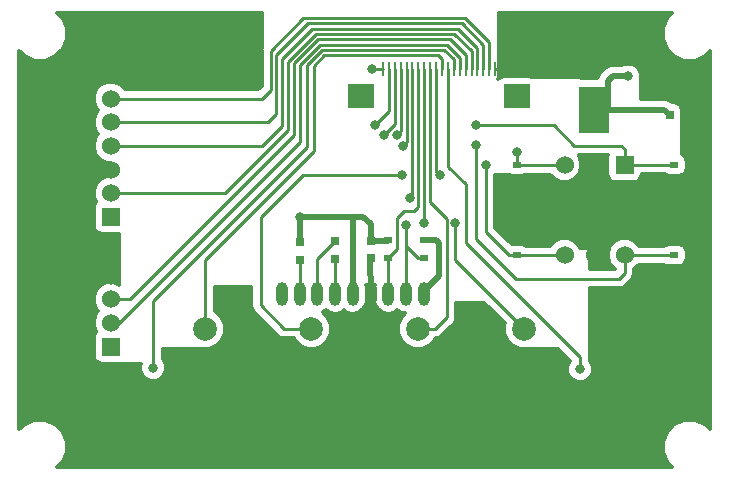
<source format=gbl>
G04 #@! TF.GenerationSoftware,KiCad,Pcbnew,(5.0.0)*
G04 #@! TF.CreationDate,2018-08-26T14:27:57+09:00*
G04 #@! TF.ProjectId,lancer_subbord,6C616E6365725F737562626F72642E6B,rev?*
G04 #@! TF.SameCoordinates,Original*
G04 #@! TF.FileFunction,Copper,L2,Bot,Signal*
G04 #@! TF.FilePolarity,Positive*
%FSLAX46Y46*%
G04 Gerber Fmt 4.6, Leading zero omitted, Abs format (unit mm)*
G04 Created by KiCad (PCBNEW (5.0.0)) date 08/26/18 14:27:57*
%MOMM*%
%LPD*%
G01*
G04 APERTURE LIST*
G04 #@! TA.AperFunction,ComponentPad*
%ADD10C,1.524000*%
G04 #@! TD*
G04 #@! TA.AperFunction,ComponentPad*
%ADD11R,1.524000X1.524000*%
G04 #@! TD*
G04 #@! TA.AperFunction,ComponentPad*
%ADD12O,1.000000X2.000000*%
G04 #@! TD*
G04 #@! TA.AperFunction,SMDPad,CuDef*
%ADD13R,0.800000X0.500000*%
G04 #@! TD*
G04 #@! TA.AperFunction,ComponentPad*
%ADD14C,2.000000*%
G04 #@! TD*
G04 #@! TA.AperFunction,SMDPad,CuDef*
%ADD15R,0.700000X0.800000*%
G04 #@! TD*
G04 #@! TA.AperFunction,SMDPad,CuDef*
%ADD16R,0.800000X0.700000*%
G04 #@! TD*
G04 #@! TA.AperFunction,SMDPad,CuDef*
%ADD17R,2.500000X4.000000*%
G04 #@! TD*
G04 #@! TA.AperFunction,SMDPad,CuDef*
%ADD18R,0.230000X1.250000*%
G04 #@! TD*
G04 #@! TA.AperFunction,SMDPad,CuDef*
%ADD19R,2.200000X2.000000*%
G04 #@! TD*
G04 #@! TA.AperFunction,ViaPad*
%ADD20C,0.800000*%
G04 #@! TD*
G04 #@! TA.AperFunction,ViaPad*
%ADD21C,1.800000*%
G04 #@! TD*
G04 #@! TA.AperFunction,Conductor*
%ADD22C,0.500000*%
G04 #@! TD*
G04 #@! TA.AperFunction,Conductor*
%ADD23C,0.250000*%
G04 #@! TD*
G04 #@! TA.AperFunction,Conductor*
%ADD24C,0.350000*%
G04 #@! TD*
G04 APERTURE END LIST*
D10*
G04 #@! TO.P,R_SW,4*
G04 #@! TO.N,R_SW4*
X168925000Y-94625000D03*
G04 #@! TO.P,R_SW,C*
G04 #@! TO.N,GND*
X171465000Y-94625000D03*
D11*
G04 #@! TO.P,R_SW,1*
G04 #@! TO.N,R_SW1*
X174005000Y-94625000D03*
D10*
G04 #@! TO.P,R_SW,2*
G04 #@! TO.N,R_SW2*
X168925000Y-102245000D03*
G04 #@! TO.P,R_SW,C*
G04 #@! TO.N,GND*
X171465000Y-102245000D03*
G04 #@! TO.P,R_SW,8*
G04 #@! TO.N,R_SW8*
X174005000Y-102245000D03*
G04 #@! TD*
D12*
G04 #@! TO.P,LCD1,9*
G04 #@! TO.N,+3V3*
X157000000Y-105500000D03*
G04 #@! TO.P,LCD1,8*
G04 #@! TO.N,SCL*
X155500000Y-105500000D03*
G04 #@! TO.P,LCD1,7*
G04 #@! TO.N,SDA*
X154000000Y-105500000D03*
G04 #@! TO.P,LCD1,6*
G04 #@! TO.N,GND*
X152500000Y-105500000D03*
G04 #@! TO.P,LCD1,5*
G04 #@! TO.N,+3V3*
X151000000Y-105500000D03*
G04 #@! TO.P,LCD1,4*
G04 #@! TO.N,Net-(C3-Pad1)*
X149500000Y-105500000D03*
G04 #@! TO.P,LCD1,3*
G04 #@! TO.N,Net-(C3-Pad2)*
X148000000Y-105500000D03*
G04 #@! TO.P,LCD1,2*
G04 #@! TO.N,Net-(C2-Pad1)*
X146500000Y-105500000D03*
G04 #@! TO.P,LCD1,1*
G04 #@! TO.N,Net-(LCD1-Pad1)*
X145000000Y-105500000D03*
G04 #@! TD*
D11*
G04 #@! TO.P,Writer,1*
G04 #@! TO.N,+3V3*
X130500000Y-99000000D03*
D10*
G04 #@! TO.P,Writer,2*
G04 #@! TO.N,TCK*
X130500000Y-97000000D03*
G04 #@! TO.P,Writer,3*
G04 #@! TO.N,GND*
X130500000Y-95000000D03*
G04 #@! TO.P,Writer,4*
G04 #@! TO.N,TMS*
X130500000Y-93000000D03*
G04 #@! TO.P,Writer,5*
G04 #@! TO.N,NRST*
X130500000Y-91000000D03*
G04 #@! TO.P,Writer,6*
G04 #@! TO.N,SWO*
X130500000Y-89000000D03*
G04 #@! TD*
D13*
G04 #@! TO.P,R6,2*
G04 #@! TO.N,GND*
X178200000Y-96100000D03*
G04 #@! TO.P,R6,1*
G04 #@! TO.N,R_SW1*
X178200000Y-94600000D03*
G04 #@! TD*
D14*
G04 #@! TO.P,3,1*
G04 #@! TO.N,TACT_SW3*
X156500000Y-108500000D03*
G04 #@! TO.P,3,2*
G04 #@! TO.N,GND*
X156500000Y-113500000D03*
G04 #@! TD*
G04 #@! TO.P,1,1*
G04 #@! TO.N,TACT_SW1*
X138500000Y-108500000D03*
G04 #@! TO.P,1,2*
G04 #@! TO.N,GND*
X138500000Y-113500000D03*
G04 #@! TD*
D13*
G04 #@! TO.P,R8,2*
G04 #@! TO.N,GND*
X178175000Y-100750000D03*
G04 #@! TO.P,R8,1*
G04 #@! TO.N,R_SW8*
X178175000Y-102250000D03*
G04 #@! TD*
G04 #@! TO.P,R7,2*
G04 #@! TO.N,GND*
X164900000Y-100750000D03*
G04 #@! TO.P,R7,1*
G04 #@! TO.N,R_SW2*
X164900000Y-102250000D03*
G04 #@! TD*
G04 #@! TO.P,R3,2*
G04 #@! TO.N,SDA*
X154000000Y-102500000D03*
G04 #@! TO.P,R3,1*
G04 #@! TO.N,+3V3*
X154000000Y-101000000D03*
G04 #@! TD*
G04 #@! TO.P,R2,2*
G04 #@! TO.N,SCL*
X157000000Y-102500000D03*
G04 #@! TO.P,R2,1*
G04 #@! TO.N,+3V3*
X157000000Y-101000000D03*
G04 #@! TD*
G04 #@! TO.P,R1,2*
G04 #@! TO.N,GND*
X164900000Y-96100000D03*
G04 #@! TO.P,R1,1*
G04 #@! TO.N,R_SW4*
X164900000Y-94600000D03*
G04 #@! TD*
D11*
G04 #@! TO.P,Debugger,1*
G04 #@! TO.N,+3V3*
X130500000Y-110000000D03*
D10*
G04 #@! TO.P,Debugger,2*
G04 #@! TO.N,RX*
X130500000Y-108000000D03*
G04 #@! TO.P,Debugger,3*
G04 #@! TO.N,TX*
X130500000Y-106000000D03*
G04 #@! TO.P,Debugger,4*
G04 #@! TO.N,GND*
X130500000Y-104000000D03*
G04 #@! TD*
D15*
G04 #@! TO.P,C4,1*
G04 #@! TO.N,+3V3*
X177825000Y-90400000D03*
G04 #@! TO.P,C4,2*
G04 #@! TO.N,GND*
X179325000Y-90400000D03*
G04 #@! TD*
D16*
G04 #@! TO.P,C3,1*
G04 #@! TO.N,Net-(C3-Pad1)*
X149500000Y-102575000D03*
G04 #@! TO.P,C3,2*
G04 #@! TO.N,Net-(C3-Pad2)*
X149500000Y-101075000D03*
G04 #@! TD*
G04 #@! TO.P,C2,1*
G04 #@! TO.N,Net-(C2-Pad1)*
X146500000Y-102675000D03*
G04 #@! TO.P,C2,2*
G04 #@! TO.N,+3V3*
X146500000Y-101175000D03*
G04 #@! TD*
G04 #@! TO.P,C1,1*
G04 #@! TO.N,+3V3*
X152500000Y-101025000D03*
G04 #@! TO.P,C1,2*
G04 #@! TO.N,GND*
X152500000Y-102525000D03*
G04 #@! TD*
D14*
G04 #@! TO.P,2,1*
G04 #@! TO.N,TACT_SW2*
X147500000Y-108500000D03*
G04 #@! TO.P,2,2*
G04 #@! TO.N,GND*
X147500000Y-113500000D03*
G04 #@! TD*
G04 #@! TO.P,4,1*
G04 #@! TO.N,TACT_SW4*
X165500000Y-108500000D03*
G04 #@! TO.P,4,2*
G04 #@! TO.N,GND*
X165500000Y-113500000D03*
G04 #@! TD*
D17*
G04 #@! TO.P,C5,1*
G04 #@! TO.N,+3V3*
X171400000Y-89950000D03*
G04 #@! TO.P,C5,2*
G04 #@! TO.N,GND*
X171400000Y-83850000D03*
G04 #@! TD*
D18*
G04 #@! TO.P,Subbord,19*
G04 #@! TO.N,SWO*
X162550000Y-86500000D03*
G04 #@! TO.P,Subbord,18*
G04 #@! TO.N,NRST*
X162050000Y-86500000D03*
G04 #@! TO.P,Subbord,17*
G04 #@! TO.N,TMS*
X161550000Y-86500000D03*
G04 #@! TO.P,Subbord,16*
G04 #@! TO.N,TCK*
X161050000Y-86500000D03*
G04 #@! TO.P,Subbord,15*
G04 #@! TO.N,TX*
X160550000Y-86500000D03*
G04 #@! TO.P,Subbord,1*
G04 #@! TO.N,+3V3*
X153550000Y-86500000D03*
G04 #@! TO.P,Subbord,2*
G04 #@! TO.N,R_SW1*
X154050000Y-86500000D03*
G04 #@! TO.P,Subbord,3*
G04 #@! TO.N,R_SW2*
X154550000Y-86500000D03*
G04 #@! TO.P,Subbord,4*
G04 #@! TO.N,R_SW4*
X155050000Y-86500000D03*
G04 #@! TO.P,Subbord,5*
G04 #@! TO.N,R_SW8*
X155550000Y-86500000D03*
G04 #@! TO.P,Subbord,6*
G04 #@! TO.N,SCL*
X156050000Y-86500000D03*
G04 #@! TO.P,Subbord,7*
G04 #@! TO.N,SDA*
X156550000Y-86500000D03*
G04 #@! TO.P,Subbord,8*
G04 #@! TO.N,TACT_SW4*
X157050000Y-86500000D03*
G04 #@! TO.P,Subbord,9*
G04 #@! TO.N,TACT_SW3*
X157550000Y-86500000D03*
G04 #@! TO.P,Subbord,10*
G04 #@! TO.N,TACT_SW2*
X158050000Y-86500000D03*
G04 #@! TO.P,Subbord,11*
G04 #@! TO.N,TACT_SW1*
X158550000Y-86500000D03*
G04 #@! TO.P,Subbord,12*
G04 #@! TO.N,DEBUG_LED2*
X159050000Y-86500000D03*
G04 #@! TO.P,Subbord,13*
G04 #@! TO.N,DEBUG_LED1*
X159550000Y-86500000D03*
G04 #@! TO.P,Subbord,14*
G04 #@! TO.N,RX*
X160050000Y-86500000D03*
D19*
G04 #@! TO.P,Subbord,*
G04 #@! TO.N,*
X164900000Y-88800000D03*
X151700000Y-88800000D03*
D18*
G04 #@! TO.P,Subbord,20*
G04 #@! TO.N,GND*
X163050000Y-86500000D03*
G04 #@! TD*
D20*
G04 #@! TO.N,GND*
X127200000Y-114000000D03*
X176400000Y-114100000D03*
X176200000Y-86900000D03*
D21*
X124850000Y-100550000D03*
D20*
G04 #@! TO.N,+3V3*
X146500006Y-99000000D03*
X174300000Y-87100000D03*
X152650000Y-86500000D03*
G04 #@! TO.N,SCL*
X155824990Y-97400004D03*
X155500005Y-99692803D03*
G04 #@! TO.N,DEBUG_LED2*
X170250000Y-111900000D03*
G04 #@! TO.N,DEBUG_LED1*
X134100000Y-111800000D03*
G04 #@! TO.N,TACT_SW4*
X157050000Y-99500000D03*
X159674990Y-99500004D03*
G04 #@! TO.N,TACT_SW2*
X155150000Y-95500000D03*
X158350000Y-95500000D03*
G04 #@! TO.N,R_SW8*
X155250000Y-93000000D03*
X161450000Y-92949998D03*
G04 #@! TO.N,R_SW4*
X164900000Y-93500000D03*
X154750000Y-92050000D03*
G04 #@! TO.N,R_SW2*
X153650000Y-92050000D03*
X162250000Y-94600000D03*
G04 #@! TO.N,R_SW1*
X152850002Y-91250000D03*
X161449992Y-91250000D03*
G04 #@! TD*
D22*
G04 #@! TO.N,GND*
X165500000Y-115300000D02*
X156500000Y-115300000D01*
X156500000Y-115300000D02*
X152500054Y-115302103D01*
X152500054Y-115302103D02*
X147500000Y-115300000D01*
X147500000Y-115300000D02*
X138500000Y-115300000D01*
X165500000Y-113500000D02*
X165500000Y-115300000D01*
X156500000Y-113500000D02*
X156500000Y-115300000D01*
X156500000Y-115300000D02*
X156500000Y-115200000D01*
X156500000Y-115200000D02*
X156500000Y-115300000D01*
X147500000Y-113500000D02*
X147500000Y-115300000D01*
X138500000Y-113500000D02*
X138500000Y-115300000D01*
X138500000Y-115300000D02*
X138500000Y-115200000D01*
X138500000Y-115200000D02*
X138500000Y-115300000D01*
X180400000Y-96300000D02*
X180400000Y-98200000D01*
X152500000Y-105500000D02*
X152475000Y-102500000D01*
X152475000Y-102500000D02*
X152500000Y-102525000D01*
X176900000Y-115300000D02*
X176500000Y-115300000D01*
X176500000Y-115300000D02*
X165500000Y-115300000D01*
X180400000Y-111800000D02*
X176900000Y-115300000D01*
X138500000Y-115300000D02*
X127100000Y-115300000D01*
X127100000Y-115300000D02*
X125800000Y-115300000D01*
X124900000Y-114400000D02*
X124900000Y-106925000D01*
X125800000Y-115300000D02*
X124900000Y-114400000D01*
X130500000Y-104000000D02*
X124900000Y-104000000D01*
X127100000Y-115300000D02*
X127100000Y-114100000D01*
X127100000Y-114100000D02*
X127200000Y-114000000D01*
X176500000Y-115300000D02*
X176500000Y-114200000D01*
X176500000Y-114200000D02*
X176400000Y-114100000D01*
X180200000Y-96100000D02*
X180400000Y-96300000D01*
X180400000Y-89275000D02*
X180400000Y-89300000D01*
X176200000Y-85125000D02*
X176225000Y-85100000D01*
X176200000Y-86900000D02*
X176200000Y-85125000D01*
X176225000Y-85100000D02*
X180400000Y-89275000D01*
X180300000Y-90400000D02*
X180400000Y-90300000D01*
X179325000Y-90400000D02*
X180300000Y-90400000D01*
X180400000Y-96300000D02*
X180400000Y-90300000D01*
X180400000Y-90300000D02*
X180400000Y-89300000D01*
X172250000Y-83850000D02*
X172600000Y-83850000D01*
X174975000Y-83850000D02*
X172600000Y-83850000D01*
X176225000Y-85100000D02*
X174975000Y-83850000D01*
X168750000Y-83850000D02*
X172600000Y-83850000D01*
X165550000Y-86500000D02*
X166100000Y-86500000D01*
X166100000Y-86500000D02*
X168750000Y-83850000D01*
X126400000Y-95000000D02*
X130500000Y-95000000D01*
X124900000Y-104000000D02*
X124900000Y-96500000D01*
X124900000Y-96500000D02*
X126400000Y-95000000D01*
X165550000Y-86500000D02*
X163850000Y-86500000D01*
D23*
X163050000Y-86500000D02*
X163850000Y-86500000D01*
D22*
X152500000Y-105500000D02*
X152500054Y-115302103D01*
X124900000Y-106925000D02*
X124900000Y-104000000D01*
D23*
X178200000Y-100725000D02*
X178175000Y-100750000D01*
X180400000Y-98550000D02*
X178200000Y-98550000D01*
X178200000Y-98550000D02*
X178200000Y-100725000D01*
X178200000Y-96100000D02*
X178200000Y-98550000D01*
D22*
X180400000Y-98200000D02*
X180400000Y-98550000D01*
X180400000Y-98550000D02*
X180400000Y-111800000D01*
D23*
X171565000Y-98550000D02*
X171465000Y-98650000D01*
X178200000Y-98550000D02*
X171565000Y-98550000D01*
X171465000Y-94625000D02*
X171465000Y-98650000D01*
X171465000Y-98650000D02*
X171465000Y-102245000D01*
X164950000Y-98550000D02*
X164900000Y-98500000D01*
X171565000Y-98550000D02*
X164950000Y-98550000D01*
X164900000Y-96100000D02*
X164900000Y-98500000D01*
X164900000Y-98500000D02*
X164900000Y-100750000D01*
D22*
G04 #@! TO.N,+3V3*
X152500000Y-101025000D02*
X153975000Y-101025000D01*
X153975000Y-101025000D02*
X154000000Y-101000000D01*
X151000000Y-105500000D02*
X151000000Y-99725000D01*
X146500000Y-99000006D02*
X146500006Y-99000000D01*
X146500000Y-101175000D02*
X146500000Y-99000006D01*
X152500000Y-99600000D02*
X152500000Y-101025000D01*
X151900000Y-99000000D02*
X152500000Y-99600000D01*
X151000000Y-99725000D02*
X151000000Y-99000000D01*
X146500006Y-99000000D02*
X151000000Y-99000000D01*
X151000000Y-99000000D02*
X151900000Y-99000000D01*
X177375000Y-89950000D02*
X177825000Y-90400000D01*
X172600000Y-89950000D02*
X177375000Y-89950000D01*
X157000000Y-105300000D02*
X157000000Y-105500000D01*
X158300000Y-104000000D02*
X157000000Y-105300000D01*
X158300000Y-101250000D02*
X158300000Y-104000000D01*
X157000000Y-101000000D02*
X158050000Y-101000000D01*
X158050000Y-101000000D02*
X158300000Y-101250000D01*
X173000000Y-87100000D02*
X174300000Y-87100000D01*
X172600000Y-89950000D02*
X172600000Y-87500000D01*
X172600000Y-87500000D02*
X173000000Y-87100000D01*
D23*
X153550000Y-86500000D02*
X153185000Y-86500000D01*
X153185000Y-86500000D02*
X152900000Y-86500000D01*
X152900000Y-86500000D02*
X152650000Y-86500000D01*
G04 #@! TO.N,Net-(C2-Pad1)*
X146500000Y-102675000D02*
X146500000Y-105500000D01*
G04 #@! TO.N,Net-(C3-Pad1)*
X149500000Y-102575000D02*
X149500000Y-105500000D01*
G04 #@! TO.N,Net-(C3-Pad2)*
X148000000Y-105500000D02*
X148000000Y-102575000D01*
X148000000Y-102575000D02*
X149500000Y-101075000D01*
G04 #@! TO.N,SWO*
X162550000Y-85625000D02*
X162550000Y-86500000D01*
X162550000Y-84200000D02*
X162550000Y-85625000D01*
X143300000Y-89000000D02*
X144075000Y-88225000D01*
X130500000Y-89000000D02*
X143300000Y-89000000D01*
X144075000Y-88225000D02*
X144075000Y-84925000D01*
X144075000Y-84925000D02*
X146825077Y-82174923D01*
X146825077Y-82174923D02*
X160524923Y-82174923D01*
X160524923Y-82174923D02*
X162550000Y-84200000D01*
G04 #@! TO.N,NRST*
X162050000Y-85625000D02*
X162050000Y-86500000D01*
X162050000Y-84450000D02*
X162050000Y-85625000D01*
X143850000Y-91000000D02*
X144525000Y-90325000D01*
X144525000Y-90325000D02*
X144525000Y-85275000D01*
X144525000Y-85275000D02*
X147175066Y-82624934D01*
X130500000Y-91000000D02*
X143850000Y-91000000D01*
X147175066Y-82624934D02*
X160224934Y-82624934D01*
X160224934Y-82624934D02*
X162050000Y-84450000D01*
G04 #@! TO.N,TMS*
X161550000Y-85625000D02*
X161550000Y-86500000D01*
X161550000Y-84700000D02*
X161550000Y-85625000D01*
X143325000Y-93000000D02*
X145000000Y-91325000D01*
X130500000Y-93000000D02*
X143325000Y-93000000D01*
X145000000Y-91325000D02*
X145000000Y-85600000D01*
X145000000Y-85600000D02*
X147525055Y-83074945D01*
X147525055Y-83074945D02*
X159924945Y-83074945D01*
X159924945Y-83074945D02*
X161550000Y-84700000D01*
G04 #@! TO.N,TCK*
X161050000Y-85625000D02*
X161050000Y-86500000D01*
X130500000Y-97000000D02*
X140150000Y-97000000D01*
X145475000Y-91675000D02*
X145475000Y-85900000D01*
X140150000Y-97000000D02*
X145475000Y-91675000D01*
X145475000Y-85900000D02*
X147850044Y-83524956D01*
X161050000Y-85000000D02*
X161050000Y-85625000D01*
X147850044Y-83524956D02*
X159574956Y-83524956D01*
X159574956Y-83524956D02*
X161050000Y-85000000D01*
G04 #@! TO.N,TX*
X160550000Y-85625000D02*
X160550000Y-86500000D01*
X160550000Y-85300000D02*
X160550000Y-85625000D01*
X132150000Y-106000000D02*
X146050000Y-92100000D01*
X130500000Y-106000000D02*
X132150000Y-106000000D01*
X146050000Y-92100000D02*
X146050000Y-85961410D01*
X146050000Y-85961410D02*
X148036443Y-83974967D01*
X148036443Y-83974967D02*
X159224967Y-83974967D01*
X159224967Y-83974967D02*
X160550000Y-85300000D01*
G04 #@! TO.N,RX*
X160050000Y-85625000D02*
X160050000Y-86500000D01*
X146500011Y-92699989D02*
X146500011Y-86147809D01*
X131200000Y-108000000D02*
X146500011Y-92699989D01*
X146500011Y-86147809D02*
X148222842Y-84424978D01*
X160050000Y-85538587D02*
X160050000Y-85625000D01*
X130500000Y-108000000D02*
X131200000Y-108000000D01*
X148222842Y-84424978D02*
X158936391Y-84424978D01*
X158936391Y-84424978D02*
X160050000Y-85538587D01*
G04 #@! TO.N,SCL*
X157000000Y-102500000D02*
X156500000Y-102500000D01*
X156500000Y-102500000D02*
X155600000Y-101600000D01*
X155500000Y-105500000D02*
X155500000Y-101700000D01*
X155600000Y-101600000D02*
X155500000Y-101500000D01*
X155500000Y-101700000D02*
X155500000Y-101500000D01*
X156050000Y-86500000D02*
X156050000Y-97174994D01*
X156050000Y-97174994D02*
X155824990Y-97400004D01*
X155500000Y-101500000D02*
X155500005Y-101499995D01*
X155500005Y-101499995D02*
X155500005Y-100258488D01*
X155500005Y-100258488D02*
X155500005Y-99692803D01*
G04 #@! TO.N,SDA*
X154000000Y-105500000D02*
X154000000Y-102500000D01*
X156550000Y-98150000D02*
X156550000Y-86500000D01*
X156150000Y-98550000D02*
X156550000Y-98150000D01*
X155325000Y-98550000D02*
X156150000Y-98550000D01*
X154774998Y-99100002D02*
X155325000Y-98550000D01*
X154000000Y-102500000D02*
X154774998Y-101725002D01*
X154774998Y-101725002D02*
X154774998Y-99100002D01*
G04 #@! TO.N,DEBUG_LED2*
X159050000Y-94750000D02*
X159050000Y-86500000D01*
X160550000Y-96250000D02*
X159050000Y-94750000D01*
X160550000Y-101200000D02*
X160550000Y-96250000D01*
X170250000Y-111900000D02*
X170250000Y-110900000D01*
X170250000Y-110900000D02*
X160550000Y-101200000D01*
G04 #@! TO.N,DEBUG_LED1*
X148409241Y-84874989D02*
X158749992Y-84874989D01*
X147150000Y-86134230D02*
X148409241Y-84874989D01*
X159550000Y-85674997D02*
X159550000Y-86500000D01*
X134100000Y-106100000D02*
X147150000Y-93050000D01*
X158749992Y-84874989D02*
X159550000Y-85674997D01*
X134100000Y-111800000D02*
X134100000Y-106100000D01*
X147150000Y-93050000D02*
X147150000Y-86134230D01*
G04 #@! TO.N,TACT_SW4*
X157050000Y-86500000D02*
X157050000Y-99500000D01*
X165500000Y-108500000D02*
X159674990Y-102674990D01*
X159674990Y-102674990D02*
X159674990Y-100065689D01*
X159674990Y-100065689D02*
X159674990Y-99500004D01*
G04 #@! TO.N,TACT_SW3*
X158949989Y-99152003D02*
X158950000Y-99151992D01*
X157550000Y-97752014D02*
X158949989Y-99152003D01*
X157550000Y-86500000D02*
X157550000Y-97752014D01*
X157950000Y-108500000D02*
X158949989Y-107500011D01*
X156500000Y-108500000D02*
X157950000Y-108500000D01*
X158949989Y-107500011D02*
X158949989Y-99152003D01*
G04 #@! TO.N,TACT_SW2*
X158050000Y-86500000D02*
X158050000Y-95200000D01*
X158050000Y-95200000D02*
X158350000Y-95500000D01*
X155100000Y-95450000D02*
X155150000Y-95500000D01*
X146750000Y-95450000D02*
X155100000Y-95450000D01*
X143200000Y-99000000D02*
X146750000Y-95450000D01*
X143200000Y-106500000D02*
X143200000Y-99000000D01*
X147500000Y-108500000D02*
X145200000Y-108500000D01*
X145200000Y-108500000D02*
X143200000Y-106500000D01*
G04 #@! TO.N,TACT_SW1*
X158550000Y-85625000D02*
X158550000Y-86500000D01*
X138500000Y-108500000D02*
X138500000Y-102650000D01*
X147700000Y-86220640D02*
X148595640Y-85325000D01*
X147700000Y-93450000D02*
X147700000Y-86220640D01*
X158250000Y-85325000D02*
X158550000Y-85625000D01*
X148595640Y-85325000D02*
X158250000Y-85325000D01*
X138500000Y-102650000D02*
X147700000Y-93450000D01*
G04 #@! TO.N,R_SW8*
X155550000Y-92700000D02*
X155250000Y-93000000D01*
X155550000Y-86500000D02*
X155550000Y-92700000D01*
X174010000Y-102250000D02*
X174005000Y-102245000D01*
X178175000Y-102250000D02*
X174010000Y-102250000D01*
X161450000Y-93515683D02*
X161450000Y-92949998D01*
X161450000Y-100875000D02*
X161450000Y-93515683D01*
X164825000Y-104250000D02*
X161450000Y-100875000D01*
X173525000Y-104250000D02*
X164825000Y-104250000D01*
X174005000Y-102245000D02*
X174005000Y-103770000D01*
X174005000Y-103770000D02*
X173525000Y-104250000D01*
G04 #@! TO.N,R_SW4*
X164900000Y-94600000D02*
X164900000Y-93500000D01*
X155050000Y-91750000D02*
X154750000Y-92050000D01*
X155050000Y-86500000D02*
X155050000Y-91750000D01*
X164925000Y-94625000D02*
X164900000Y-94600000D01*
X168925000Y-94625000D02*
X164925000Y-94625000D01*
G04 #@! TO.N,R_SW2*
X154550000Y-91150000D02*
X153650000Y-92050000D01*
X154550000Y-86500000D02*
X154550000Y-91150000D01*
X164905000Y-102245000D02*
X164900000Y-102250000D01*
X168925000Y-102245000D02*
X164905000Y-102245000D01*
X162250000Y-95165685D02*
X162250000Y-94600000D01*
X162250000Y-100250000D02*
X162250000Y-95165685D01*
X164250000Y-102250000D02*
X162250000Y-100250000D01*
X164900000Y-102250000D02*
X164250000Y-102250000D01*
G04 #@! TO.N,R_SW1*
X154050000Y-86500000D02*
X154050000Y-90050002D01*
X154050000Y-90050002D02*
X153250001Y-90850001D01*
X153250001Y-90850001D02*
X152850002Y-91250000D01*
X174030000Y-94600000D02*
X174005000Y-94625000D01*
X178200000Y-94600000D02*
X174030000Y-94600000D01*
X174005000Y-93280000D02*
X174005000Y-94625000D01*
X173725000Y-93000000D02*
X174005000Y-93280000D01*
X169750000Y-93000000D02*
X173725000Y-93000000D01*
X161449992Y-91250000D02*
X168000000Y-91250000D01*
X168000000Y-91250000D02*
X169750000Y-93000000D01*
G04 #@! TD*
D24*
G04 #@! TO.N,GND*
G36*
X143300006Y-84598529D02*
X143312002Y-84660192D01*
X143259329Y-84925000D01*
X143275001Y-85003789D01*
X143275000Y-87893629D01*
X142968630Y-88200000D01*
X131724026Y-88200000D01*
X131718229Y-88186005D01*
X131313995Y-87781771D01*
X130785837Y-87563000D01*
X130214163Y-87563000D01*
X129686005Y-87781771D01*
X129281771Y-88186005D01*
X129063000Y-88714163D01*
X129063000Y-89285837D01*
X129281771Y-89813995D01*
X129467776Y-90000000D01*
X129281771Y-90186005D01*
X129063000Y-90714163D01*
X129063000Y-91285837D01*
X129281771Y-91813995D01*
X129467776Y-92000000D01*
X129281771Y-92186005D01*
X129063000Y-92714163D01*
X129063000Y-93285837D01*
X129281771Y-93813995D01*
X129686005Y-94218229D01*
X130214163Y-94437000D01*
X130325000Y-94437000D01*
X130325000Y-95563000D01*
X130214163Y-95563000D01*
X129686005Y-95781771D01*
X129281771Y-96186005D01*
X129063000Y-96714163D01*
X129063000Y-97285837D01*
X129254854Y-97749012D01*
X129251352Y-97751352D01*
X129102164Y-97974628D01*
X129049776Y-98238000D01*
X129049776Y-99762000D01*
X129102164Y-100025372D01*
X129251352Y-100248648D01*
X129474628Y-100397836D01*
X129738000Y-100450224D01*
X131225000Y-100450224D01*
X131225000Y-104744908D01*
X130785837Y-104563000D01*
X130214163Y-104563000D01*
X129686005Y-104781771D01*
X129281771Y-105186005D01*
X129063000Y-105714163D01*
X129063000Y-106285837D01*
X129281771Y-106813995D01*
X129467776Y-107000000D01*
X129281771Y-107186005D01*
X129063000Y-107714163D01*
X129063000Y-108285837D01*
X129254854Y-108749012D01*
X129251352Y-108751352D01*
X129102164Y-108974628D01*
X129049776Y-109238000D01*
X129049776Y-110762000D01*
X129102164Y-111025372D01*
X129251352Y-111248648D01*
X129474628Y-111397836D01*
X129738000Y-111450224D01*
X131262000Y-111450224D01*
X131388809Y-111425000D01*
X133091759Y-111425000D01*
X133025000Y-111586169D01*
X133025000Y-112013831D01*
X133188659Y-112408938D01*
X133491062Y-112711341D01*
X133886169Y-112875000D01*
X134313831Y-112875000D01*
X134708938Y-112711341D01*
X135011341Y-112408938D01*
X135175000Y-112013831D01*
X135175000Y-111586169D01*
X135011341Y-111191062D01*
X134900000Y-111079721D01*
X134900000Y-110175000D01*
X138833178Y-110175000D01*
X139448811Y-109919996D01*
X139919996Y-109448811D01*
X140175000Y-108833178D01*
X140175000Y-108166822D01*
X139919996Y-107551189D01*
X139448811Y-107080004D01*
X139300000Y-107018364D01*
X139300000Y-104975000D01*
X142400000Y-104975000D01*
X142400000Y-106421216D01*
X142384329Y-106500000D01*
X142400000Y-106578784D01*
X142400000Y-106578788D01*
X142446417Y-106812143D01*
X142623233Y-107076767D01*
X142690028Y-107121398D01*
X144578604Y-109009974D01*
X144623233Y-109076767D01*
X144887856Y-109253583D01*
X145121211Y-109300000D01*
X145121215Y-109300000D01*
X145199999Y-109315671D01*
X145278783Y-109300000D01*
X146018364Y-109300000D01*
X146080004Y-109448811D01*
X146551189Y-109919996D01*
X147166822Y-110175000D01*
X147833178Y-110175000D01*
X148448811Y-109919996D01*
X148919996Y-109448811D01*
X149175000Y-108833178D01*
X149175000Y-108166822D01*
X148919996Y-107551189D01*
X148468755Y-107099948D01*
X148750001Y-106912025D01*
X149041539Y-107106825D01*
X149500000Y-107198019D01*
X149958462Y-107106825D01*
X150250001Y-106912025D01*
X150541539Y-107106825D01*
X151000000Y-107198019D01*
X151458462Y-107106825D01*
X151847127Y-106847127D01*
X152106825Y-106458462D01*
X152175000Y-106115724D01*
X152175000Y-104884276D01*
X152153264Y-104775000D01*
X152846737Y-104775000D01*
X152825000Y-104884277D01*
X152825000Y-106115724D01*
X152893175Y-106458462D01*
X153152874Y-106847127D01*
X153541539Y-107106825D01*
X154000000Y-107198019D01*
X154458462Y-107106825D01*
X154750001Y-106912025D01*
X155041539Y-107106825D01*
X155444261Y-107186932D01*
X155080004Y-107551189D01*
X154825000Y-108166822D01*
X154825000Y-108833178D01*
X155080004Y-109448811D01*
X155551189Y-109919996D01*
X156166822Y-110175000D01*
X156833178Y-110175000D01*
X157448811Y-109919996D01*
X157919996Y-109448811D01*
X157977402Y-109310220D01*
X158028784Y-109300000D01*
X158028789Y-109300000D01*
X158262144Y-109253583D01*
X158526767Y-109076767D01*
X158571398Y-109009972D01*
X159459964Y-108121407D01*
X159526756Y-108076778D01*
X159703572Y-107812155D01*
X159749989Y-107578800D01*
X159749989Y-107578796D01*
X159765660Y-107500012D01*
X159749989Y-107421228D01*
X159749989Y-106275000D01*
X162143629Y-106275000D01*
X163886640Y-108018011D01*
X163825000Y-108166822D01*
X163825000Y-108833178D01*
X164080004Y-109448811D01*
X164551189Y-109919996D01*
X165166822Y-110175000D01*
X165428136Y-110175000D01*
X165483030Y-110211679D01*
X165550000Y-110225000D01*
X165616970Y-110211679D01*
X165671864Y-110175000D01*
X168393630Y-110175000D01*
X169424176Y-111205546D01*
X169338659Y-111291062D01*
X169175000Y-111686169D01*
X169175000Y-112113831D01*
X169338659Y-112508938D01*
X169641062Y-112811341D01*
X170036169Y-112975000D01*
X170463831Y-112975000D01*
X170858938Y-112811341D01*
X171161341Y-112508938D01*
X171325000Y-112113831D01*
X171325000Y-111686169D01*
X171161341Y-111291062D01*
X171050000Y-111179721D01*
X171050000Y-110978789D01*
X171065672Y-110900000D01*
X171050011Y-110821265D01*
X171066087Y-105050000D01*
X173446216Y-105050000D01*
X173525000Y-105065671D01*
X173603784Y-105050000D01*
X173603789Y-105050000D01*
X173837144Y-105003583D01*
X174101767Y-104826767D01*
X174146398Y-104759972D01*
X174514972Y-104391398D01*
X174581767Y-104346767D01*
X174648555Y-104246812D01*
X174758583Y-104082145D01*
X174820672Y-103770000D01*
X174805000Y-103691211D01*
X174805000Y-103469026D01*
X174818995Y-103463229D01*
X175223229Y-103058995D01*
X175226955Y-103050000D01*
X177383165Y-103050000D01*
X177511628Y-103135836D01*
X177775000Y-103188224D01*
X178575000Y-103188224D01*
X178838372Y-103135836D01*
X179061648Y-102986648D01*
X179210836Y-102763372D01*
X179263224Y-102500000D01*
X179263224Y-102000000D01*
X179210836Y-101736628D01*
X179061648Y-101513352D01*
X178838372Y-101364164D01*
X178575000Y-101311776D01*
X177775000Y-101311776D01*
X177511628Y-101364164D01*
X177383165Y-101450000D01*
X175231097Y-101450000D01*
X175223229Y-101431005D01*
X174818995Y-101026771D01*
X174290837Y-100808000D01*
X173719163Y-100808000D01*
X173191005Y-101026771D01*
X172786771Y-101431005D01*
X172568000Y-101959163D01*
X172568000Y-102530837D01*
X172786771Y-103058995D01*
X173177776Y-103450000D01*
X171070544Y-103450000D01*
X171074999Y-101850487D01*
X171061679Y-101783030D01*
X171023744Y-101726256D01*
X170966970Y-101688321D01*
X170900000Y-101675000D01*
X170244295Y-101675000D01*
X170143229Y-101431005D01*
X169738995Y-101026771D01*
X169210837Y-100808000D01*
X168639163Y-100808000D01*
X168111005Y-101026771D01*
X167706771Y-101431005D01*
X167700974Y-101445000D01*
X165684352Y-101445000D01*
X165563372Y-101364164D01*
X165300000Y-101311776D01*
X164500000Y-101311776D01*
X164452579Y-101321209D01*
X163050000Y-99918630D01*
X163050000Y-95475000D01*
X164150000Y-95475000D01*
X164204259Y-95464207D01*
X164236628Y-95485836D01*
X164500000Y-95538224D01*
X165300000Y-95538224D01*
X165563372Y-95485836D01*
X165654420Y-95425000D01*
X167700974Y-95425000D01*
X167706771Y-95438995D01*
X168111005Y-95843229D01*
X168639163Y-96062000D01*
X169210837Y-96062000D01*
X169738995Y-95843229D01*
X170143229Y-95438995D01*
X170362000Y-94910837D01*
X170362000Y-94339163D01*
X170143229Y-93811005D01*
X170132224Y-93800000D01*
X172567307Y-93800000D01*
X172554776Y-93863000D01*
X172554776Y-95387000D01*
X172607164Y-95650372D01*
X172756352Y-95873648D01*
X172979628Y-96022836D01*
X173243000Y-96075224D01*
X174767000Y-96075224D01*
X175030372Y-96022836D01*
X175253648Y-95873648D01*
X175402836Y-95650372D01*
X175452638Y-95400000D01*
X177408165Y-95400000D01*
X177536628Y-95485836D01*
X177800000Y-95538224D01*
X178600000Y-95538224D01*
X178863372Y-95485836D01*
X179086648Y-95336648D01*
X179235836Y-95113372D01*
X179288224Y-94850000D01*
X179288224Y-94350000D01*
X179235836Y-94086628D01*
X179086648Y-93863352D01*
X178875000Y-93721934D01*
X178875000Y-90700000D01*
X178863224Y-90640797D01*
X178863224Y-90000000D01*
X178810836Y-89736628D01*
X178661648Y-89513352D01*
X178438372Y-89364164D01*
X178175000Y-89311776D01*
X178061039Y-89311776D01*
X178041887Y-89283113D01*
X177735917Y-89078670D01*
X177466100Y-89025000D01*
X177466096Y-89025000D01*
X177375000Y-89006880D01*
X177283904Y-89025000D01*
X175375000Y-89025000D01*
X175375000Y-86886169D01*
X175211341Y-86491062D01*
X174908938Y-86188659D01*
X174513831Y-86025000D01*
X174086169Y-86025000D01*
X173724038Y-86175000D01*
X173091094Y-86175000D01*
X172999999Y-86156880D01*
X172908904Y-86175000D01*
X172908900Y-86175000D01*
X172639083Y-86228670D01*
X172333113Y-86433113D01*
X172281507Y-86510347D01*
X172010343Y-86781510D01*
X171933114Y-86833113D01*
X171881511Y-86910342D01*
X171881509Y-86910344D01*
X171728670Y-87139084D01*
X171704265Y-87261776D01*
X170347370Y-87261776D01*
X170325208Y-87227738D01*
X170268889Y-87189130D01*
X170202083Y-87175012D01*
X166070645Y-87125828D01*
X166000000Y-87111776D01*
X163800000Y-87111776D01*
X163536628Y-87164164D01*
X163316127Y-87311498D01*
X163353224Y-87125000D01*
X163353224Y-85875000D01*
X163350000Y-85858792D01*
X163350000Y-84278783D01*
X163365671Y-84199999D01*
X163351246Y-84127479D01*
X163371015Y-81775000D01*
X178007664Y-81775000D01*
X177571348Y-82211316D01*
X177225000Y-83047474D01*
X177225000Y-83952526D01*
X177571348Y-84788684D01*
X178211316Y-85428652D01*
X179047474Y-85775000D01*
X179952526Y-85775000D01*
X180788684Y-85428652D01*
X181225001Y-84992335D01*
X181225000Y-117007664D01*
X180788684Y-116571348D01*
X179952526Y-116225000D01*
X179047474Y-116225000D01*
X178211316Y-116571348D01*
X177571348Y-117211316D01*
X177225000Y-118047474D01*
X177225000Y-118952526D01*
X177571348Y-119788684D01*
X178007664Y-120225000D01*
X125992336Y-120225000D01*
X126428652Y-119788684D01*
X126775000Y-118952526D01*
X126775000Y-118047474D01*
X126428652Y-117211316D01*
X125788684Y-116571348D01*
X124952526Y-116225000D01*
X124047474Y-116225000D01*
X123211316Y-116571348D01*
X122775000Y-117007664D01*
X122775000Y-84992336D01*
X123211316Y-85428652D01*
X124047474Y-85775000D01*
X124952526Y-85775000D01*
X125788684Y-85428652D01*
X126428652Y-84788684D01*
X126775000Y-83952526D01*
X126775000Y-83047474D01*
X126428652Y-82211316D01*
X125992336Y-81775000D01*
X143323733Y-81775000D01*
X143300006Y-84598529D01*
X143300006Y-84598529D01*
G37*
X143300006Y-84598529D02*
X143312002Y-84660192D01*
X143259329Y-84925000D01*
X143275001Y-85003789D01*
X143275000Y-87893629D01*
X142968630Y-88200000D01*
X131724026Y-88200000D01*
X131718229Y-88186005D01*
X131313995Y-87781771D01*
X130785837Y-87563000D01*
X130214163Y-87563000D01*
X129686005Y-87781771D01*
X129281771Y-88186005D01*
X129063000Y-88714163D01*
X129063000Y-89285837D01*
X129281771Y-89813995D01*
X129467776Y-90000000D01*
X129281771Y-90186005D01*
X129063000Y-90714163D01*
X129063000Y-91285837D01*
X129281771Y-91813995D01*
X129467776Y-92000000D01*
X129281771Y-92186005D01*
X129063000Y-92714163D01*
X129063000Y-93285837D01*
X129281771Y-93813995D01*
X129686005Y-94218229D01*
X130214163Y-94437000D01*
X130325000Y-94437000D01*
X130325000Y-95563000D01*
X130214163Y-95563000D01*
X129686005Y-95781771D01*
X129281771Y-96186005D01*
X129063000Y-96714163D01*
X129063000Y-97285837D01*
X129254854Y-97749012D01*
X129251352Y-97751352D01*
X129102164Y-97974628D01*
X129049776Y-98238000D01*
X129049776Y-99762000D01*
X129102164Y-100025372D01*
X129251352Y-100248648D01*
X129474628Y-100397836D01*
X129738000Y-100450224D01*
X131225000Y-100450224D01*
X131225000Y-104744908D01*
X130785837Y-104563000D01*
X130214163Y-104563000D01*
X129686005Y-104781771D01*
X129281771Y-105186005D01*
X129063000Y-105714163D01*
X129063000Y-106285837D01*
X129281771Y-106813995D01*
X129467776Y-107000000D01*
X129281771Y-107186005D01*
X129063000Y-107714163D01*
X129063000Y-108285837D01*
X129254854Y-108749012D01*
X129251352Y-108751352D01*
X129102164Y-108974628D01*
X129049776Y-109238000D01*
X129049776Y-110762000D01*
X129102164Y-111025372D01*
X129251352Y-111248648D01*
X129474628Y-111397836D01*
X129738000Y-111450224D01*
X131262000Y-111450224D01*
X131388809Y-111425000D01*
X133091759Y-111425000D01*
X133025000Y-111586169D01*
X133025000Y-112013831D01*
X133188659Y-112408938D01*
X133491062Y-112711341D01*
X133886169Y-112875000D01*
X134313831Y-112875000D01*
X134708938Y-112711341D01*
X135011341Y-112408938D01*
X135175000Y-112013831D01*
X135175000Y-111586169D01*
X135011341Y-111191062D01*
X134900000Y-111079721D01*
X134900000Y-110175000D01*
X138833178Y-110175000D01*
X139448811Y-109919996D01*
X139919996Y-109448811D01*
X140175000Y-108833178D01*
X140175000Y-108166822D01*
X139919996Y-107551189D01*
X139448811Y-107080004D01*
X139300000Y-107018364D01*
X139300000Y-104975000D01*
X142400000Y-104975000D01*
X142400000Y-106421216D01*
X142384329Y-106500000D01*
X142400000Y-106578784D01*
X142400000Y-106578788D01*
X142446417Y-106812143D01*
X142623233Y-107076767D01*
X142690028Y-107121398D01*
X144578604Y-109009974D01*
X144623233Y-109076767D01*
X144887856Y-109253583D01*
X145121211Y-109300000D01*
X145121215Y-109300000D01*
X145199999Y-109315671D01*
X145278783Y-109300000D01*
X146018364Y-109300000D01*
X146080004Y-109448811D01*
X146551189Y-109919996D01*
X147166822Y-110175000D01*
X147833178Y-110175000D01*
X148448811Y-109919996D01*
X148919996Y-109448811D01*
X149175000Y-108833178D01*
X149175000Y-108166822D01*
X148919996Y-107551189D01*
X148468755Y-107099948D01*
X148750001Y-106912025D01*
X149041539Y-107106825D01*
X149500000Y-107198019D01*
X149958462Y-107106825D01*
X150250001Y-106912025D01*
X150541539Y-107106825D01*
X151000000Y-107198019D01*
X151458462Y-107106825D01*
X151847127Y-106847127D01*
X152106825Y-106458462D01*
X152175000Y-106115724D01*
X152175000Y-104884276D01*
X152153264Y-104775000D01*
X152846737Y-104775000D01*
X152825000Y-104884277D01*
X152825000Y-106115724D01*
X152893175Y-106458462D01*
X153152874Y-106847127D01*
X153541539Y-107106825D01*
X154000000Y-107198019D01*
X154458462Y-107106825D01*
X154750001Y-106912025D01*
X155041539Y-107106825D01*
X155444261Y-107186932D01*
X155080004Y-107551189D01*
X154825000Y-108166822D01*
X154825000Y-108833178D01*
X155080004Y-109448811D01*
X155551189Y-109919996D01*
X156166822Y-110175000D01*
X156833178Y-110175000D01*
X157448811Y-109919996D01*
X157919996Y-109448811D01*
X157977402Y-109310220D01*
X158028784Y-109300000D01*
X158028789Y-109300000D01*
X158262144Y-109253583D01*
X158526767Y-109076767D01*
X158571398Y-109009972D01*
X159459964Y-108121407D01*
X159526756Y-108076778D01*
X159703572Y-107812155D01*
X159749989Y-107578800D01*
X159749989Y-107578796D01*
X159765660Y-107500012D01*
X159749989Y-107421228D01*
X159749989Y-106275000D01*
X162143629Y-106275000D01*
X163886640Y-108018011D01*
X163825000Y-108166822D01*
X163825000Y-108833178D01*
X164080004Y-109448811D01*
X164551189Y-109919996D01*
X165166822Y-110175000D01*
X165428136Y-110175000D01*
X165483030Y-110211679D01*
X165550000Y-110225000D01*
X165616970Y-110211679D01*
X165671864Y-110175000D01*
X168393630Y-110175000D01*
X169424176Y-111205546D01*
X169338659Y-111291062D01*
X169175000Y-111686169D01*
X169175000Y-112113831D01*
X169338659Y-112508938D01*
X169641062Y-112811341D01*
X170036169Y-112975000D01*
X170463831Y-112975000D01*
X170858938Y-112811341D01*
X171161341Y-112508938D01*
X171325000Y-112113831D01*
X171325000Y-111686169D01*
X171161341Y-111291062D01*
X171050000Y-111179721D01*
X171050000Y-110978789D01*
X171065672Y-110900000D01*
X171050011Y-110821265D01*
X171066087Y-105050000D01*
X173446216Y-105050000D01*
X173525000Y-105065671D01*
X173603784Y-105050000D01*
X173603789Y-105050000D01*
X173837144Y-105003583D01*
X174101767Y-104826767D01*
X174146398Y-104759972D01*
X174514972Y-104391398D01*
X174581767Y-104346767D01*
X174648555Y-104246812D01*
X174758583Y-104082145D01*
X174820672Y-103770000D01*
X174805000Y-103691211D01*
X174805000Y-103469026D01*
X174818995Y-103463229D01*
X175223229Y-103058995D01*
X175226955Y-103050000D01*
X177383165Y-103050000D01*
X177511628Y-103135836D01*
X177775000Y-103188224D01*
X178575000Y-103188224D01*
X178838372Y-103135836D01*
X179061648Y-102986648D01*
X179210836Y-102763372D01*
X179263224Y-102500000D01*
X179263224Y-102000000D01*
X179210836Y-101736628D01*
X179061648Y-101513352D01*
X178838372Y-101364164D01*
X178575000Y-101311776D01*
X177775000Y-101311776D01*
X177511628Y-101364164D01*
X177383165Y-101450000D01*
X175231097Y-101450000D01*
X175223229Y-101431005D01*
X174818995Y-101026771D01*
X174290837Y-100808000D01*
X173719163Y-100808000D01*
X173191005Y-101026771D01*
X172786771Y-101431005D01*
X172568000Y-101959163D01*
X172568000Y-102530837D01*
X172786771Y-103058995D01*
X173177776Y-103450000D01*
X171070544Y-103450000D01*
X171074999Y-101850487D01*
X171061679Y-101783030D01*
X171023744Y-101726256D01*
X170966970Y-101688321D01*
X170900000Y-101675000D01*
X170244295Y-101675000D01*
X170143229Y-101431005D01*
X169738995Y-101026771D01*
X169210837Y-100808000D01*
X168639163Y-100808000D01*
X168111005Y-101026771D01*
X167706771Y-101431005D01*
X167700974Y-101445000D01*
X165684352Y-101445000D01*
X165563372Y-101364164D01*
X165300000Y-101311776D01*
X164500000Y-101311776D01*
X164452579Y-101321209D01*
X163050000Y-99918630D01*
X163050000Y-95475000D01*
X164150000Y-95475000D01*
X164204259Y-95464207D01*
X164236628Y-95485836D01*
X164500000Y-95538224D01*
X165300000Y-95538224D01*
X165563372Y-95485836D01*
X165654420Y-95425000D01*
X167700974Y-95425000D01*
X167706771Y-95438995D01*
X168111005Y-95843229D01*
X168639163Y-96062000D01*
X169210837Y-96062000D01*
X169738995Y-95843229D01*
X170143229Y-95438995D01*
X170362000Y-94910837D01*
X170362000Y-94339163D01*
X170143229Y-93811005D01*
X170132224Y-93800000D01*
X172567307Y-93800000D01*
X172554776Y-93863000D01*
X172554776Y-95387000D01*
X172607164Y-95650372D01*
X172756352Y-95873648D01*
X172979628Y-96022836D01*
X173243000Y-96075224D01*
X174767000Y-96075224D01*
X175030372Y-96022836D01*
X175253648Y-95873648D01*
X175402836Y-95650372D01*
X175452638Y-95400000D01*
X177408165Y-95400000D01*
X177536628Y-95485836D01*
X177800000Y-95538224D01*
X178600000Y-95538224D01*
X178863372Y-95485836D01*
X179086648Y-95336648D01*
X179235836Y-95113372D01*
X179288224Y-94850000D01*
X179288224Y-94350000D01*
X179235836Y-94086628D01*
X179086648Y-93863352D01*
X178875000Y-93721934D01*
X178875000Y-90700000D01*
X178863224Y-90640797D01*
X178863224Y-90000000D01*
X178810836Y-89736628D01*
X178661648Y-89513352D01*
X178438372Y-89364164D01*
X178175000Y-89311776D01*
X178061039Y-89311776D01*
X178041887Y-89283113D01*
X177735917Y-89078670D01*
X177466100Y-89025000D01*
X177466096Y-89025000D01*
X177375000Y-89006880D01*
X177283904Y-89025000D01*
X175375000Y-89025000D01*
X175375000Y-86886169D01*
X175211341Y-86491062D01*
X174908938Y-86188659D01*
X174513831Y-86025000D01*
X174086169Y-86025000D01*
X173724038Y-86175000D01*
X173091094Y-86175000D01*
X172999999Y-86156880D01*
X172908904Y-86175000D01*
X172908900Y-86175000D01*
X172639083Y-86228670D01*
X172333113Y-86433113D01*
X172281507Y-86510347D01*
X172010343Y-86781510D01*
X171933114Y-86833113D01*
X171881511Y-86910342D01*
X171881509Y-86910344D01*
X171728670Y-87139084D01*
X171704265Y-87261776D01*
X170347370Y-87261776D01*
X170325208Y-87227738D01*
X170268889Y-87189130D01*
X170202083Y-87175012D01*
X166070645Y-87125828D01*
X166000000Y-87111776D01*
X163800000Y-87111776D01*
X163536628Y-87164164D01*
X163316127Y-87311498D01*
X163353224Y-87125000D01*
X163353224Y-85875000D01*
X163350000Y-85858792D01*
X163350000Y-84278783D01*
X163365671Y-84199999D01*
X163351246Y-84127479D01*
X163371015Y-81775000D01*
X178007664Y-81775000D01*
X177571348Y-82211316D01*
X177225000Y-83047474D01*
X177225000Y-83952526D01*
X177571348Y-84788684D01*
X178211316Y-85428652D01*
X179047474Y-85775000D01*
X179952526Y-85775000D01*
X180788684Y-85428652D01*
X181225001Y-84992335D01*
X181225000Y-117007664D01*
X180788684Y-116571348D01*
X179952526Y-116225000D01*
X179047474Y-116225000D01*
X178211316Y-116571348D01*
X177571348Y-117211316D01*
X177225000Y-118047474D01*
X177225000Y-118952526D01*
X177571348Y-119788684D01*
X178007664Y-120225000D01*
X125992336Y-120225000D01*
X126428652Y-119788684D01*
X126775000Y-118952526D01*
X126775000Y-118047474D01*
X126428652Y-117211316D01*
X125788684Y-116571348D01*
X124952526Y-116225000D01*
X124047474Y-116225000D01*
X123211316Y-116571348D01*
X122775000Y-117007664D01*
X122775000Y-84992336D01*
X123211316Y-85428652D01*
X124047474Y-85775000D01*
X124952526Y-85775000D01*
X125788684Y-85428652D01*
X126428652Y-84788684D01*
X126775000Y-83952526D01*
X126775000Y-83047474D01*
X126428652Y-82211316D01*
X125992336Y-81775000D01*
X143323733Y-81775000D01*
X143300006Y-84598529D01*
G04 #@! TD*
M02*

</source>
